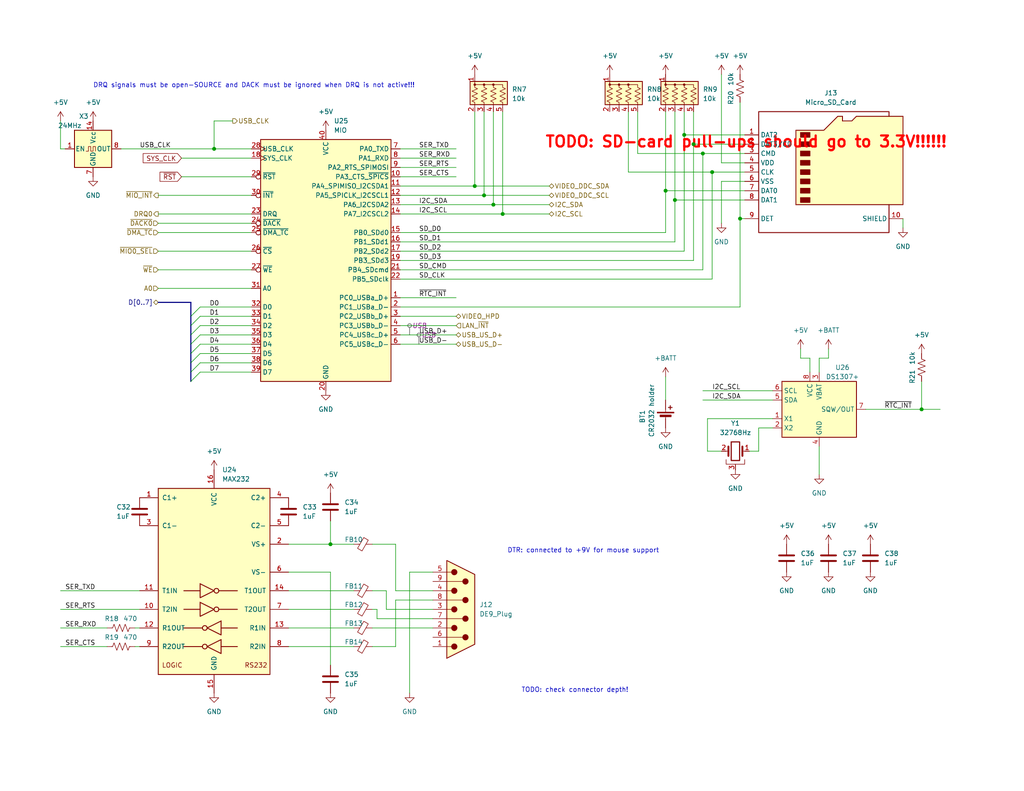
<source format=kicad_sch>
(kicad_sch (version 20230121) (generator eeschema)
  (paper "A")
  (title_block (title "Anachron Main I/O Interfaces"))
  (lib_symbols
    (symbol "Connector:DE9_Plug" (pin_names (offset 1.016) hide)
      (property "Reference" "J" (at 0 13.97 0))
      (property "Value" "DE9_Plug" (at 0 -14.605 0))
      (symbol "DE9_Plug_0_1"
        (circle (center -1.778 -10.16) (radius 0.762) (fill (type outline)))
        (circle (center -1.778 -5.08) (radius 0.762) (fill (type outline)))
        (circle (center -1.778 0) (radius 0.762) (fill (type outline)))
        (circle (center -1.778 5.08) (radius 0.762) (fill (type outline)))
        (circle (center -1.778 10.16) (radius 0.762) (fill (type outline)))
        (polyline (pts (xy -3.81 -10.16) (xy -2.54 -10.16)))
        (polyline (pts (xy -3.81 -7.62) (xy 0.508 -7.62)))
        (polyline (pts (xy -3.81 -5.08) (xy -2.54 -5.08)))
        (polyline (pts (xy -3.81 -2.54) (xy 0.508 -2.54)))
        (polyline (pts (xy -3.81 0) (xy -2.54 0)))
        (polyline (pts (xy -3.81 2.54) (xy 0.508 2.54)))
        (polyline (pts (xy -3.81 5.08) (xy -2.54 5.08)))
        (polyline (pts (xy -3.81 7.62) (xy 0.508 7.62)))
        (polyline (pts (xy -3.81 10.16) (xy -2.54 10.16)))
        (polyline (pts (xy -3.81 -13.335) (xy -3.81 13.335) (xy 3.81 9.525) (xy 3.81 -9.525) (xy -3.81 -13.335)) (stroke (width 0.254)) (fill (type background)))
        (circle (center 1.27 -7.62) (radius 0.762) (fill (type outline)))
        (circle (center 1.27 -2.54) (radius 0.762) (fill (type outline)))
        (circle (center 1.27 2.54) (radius 0.762) (fill (type outline)))
        (circle (center 1.27 7.62) (radius 0.762) (fill (type outline)))
      )
      (symbol "DE9_Plug_1_1"
        (pin passive line (at -7.62 -10.16 0) (length 3.81) (name "1") (number "1"))
        (pin passive line (at -7.62 -5.08 0) (length 3.81) (name "2") (number "2"))
        (pin passive line (at -7.62 0 0) (length 3.81) (name "3") (number "3"))
        (pin passive line (at -7.62 5.08 0) (length 3.81) (name "4") (number "4"))
        (pin passive line (at -7.62 10.16 0) (length 3.81) (name "5") (number "5"))
        (pin passive line (at -7.62 -7.62 0) (length 3.81) (name "6") (number "6"))
        (pin passive line (at -7.62 -2.54 0) (length 3.81) (name "7") (number "7"))
        (pin passive line (at -7.62 2.54 0) (length 3.81) (name "8") (number "8"))
        (pin passive line (at -7.62 7.62 0) (length 3.81) (name "9") (number "9"))
      )
    )
    (symbol "Connector:Micro_SD_Card_Det1"
      (property "Reference" "J" (at -16.51 17.78 0))
      (property "Value" "Micro_SD_Card_Det1" (at 16.51 17.78 0))
      (symbol "Micro_SD_Card_Det1_0_1"
        (rectangle (start -7.62 -6.985) (end -5.08 -8.255) (stroke (width 0.254)) (fill (type outline)))
        (rectangle (start -7.62 -4.445) (end -5.08 -5.715) (stroke (width 0.254)) (fill (type outline)))
        (rectangle (start -7.62 -1.905) (end -5.08 -3.175) (stroke (width 0.254)) (fill (type outline)))
        (rectangle (start -7.62 0.635) (end -5.08 -0.635) (stroke (width 0.254)) (fill (type outline)))
        (rectangle (start -7.62 3.175) (end -5.08 1.905) (stroke (width 0.254)) (fill (type outline)))
        (rectangle (start -7.62 5.715) (end -5.08 4.445) (stroke (width 0.254)) (fill (type outline)))
        (rectangle (start -7.62 8.255) (end -5.08 6.985) (stroke (width 0.254)) (fill (type outline)))
        (rectangle (start -7.62 10.795) (end -5.08 9.525) (stroke (width 0.254)) (fill (type outline)))
        (polyline (pts (xy 16.51 15.24) (xy 16.51 16.51) (xy -19.05 16.51) (xy -19.05 -16.51) (xy 16.51 -16.51) (xy 16.51 -8.89)) (stroke (width 0.254)))
        (polyline (pts (xy -8.89 -8.89) (xy -8.89 11.43) (xy -1.27 11.43) (xy 2.54 15.24) (xy 3.81 15.24) (xy 3.81 13.97) (xy 6.35 13.97) (xy 7.62 15.24) (xy 20.32 15.24) (xy 20.32 -8.89) (xy -8.89 -8.89)) (stroke (width 0.254)) (fill (type background)))
      )
      (symbol "Micro_SD_Card_Det1_1_1"
        (pin bidirectional line (at -22.86 10.16 0) (length 3.81) (name "DAT2") (number "1"))
        (pin passive line (at 20.32 -12.7 180) (length 3.81) (name "SHIELD") (number "10"))
        (pin bidirectional line (at -22.86 7.62 0) (length 3.81) (name "DAT3/CD") (number "2"))
        (pin input line (at -22.86 5.08 0) (length 3.81) (name "CMD") (number "3"))
        (pin power_in line (at -22.86 2.54 0) (length 3.81) (name "VDD") (number "4"))
        (pin input line (at -22.86 0 0) (length 3.81) (name "CLK") (number "5"))
        (pin power_in line (at -22.86 -2.54 0) (length 3.81) (name "VSS") (number "6"))
        (pin bidirectional line (at -22.86 -5.08 0) (length 3.81) (name "DAT0") (number "7"))
        (pin bidirectional line (at -22.86 -7.62 0) (length 3.81) (name "DAT1") (number "8"))
        (pin passive line (at -22.86 -12.7 0) (length 3.81) (name "DET") (number "9"))
      )
    )
    (symbol "Device:Battery_Cell" (pin_numbers hide) (pin_names (offset 0) hide)
      (property "Reference" "BT" (at 2.54 2.54 0))
      (property "Value" "Battery_Cell" (at 2.54 0 0))
      (symbol "Battery_Cell_0_1"
        (rectangle (start -2.286 1.778) (end 2.286 1.524) (fill (type outline)))
        (rectangle (start -1.524 1.016) (end 1.524 0.508) (fill (type outline)))
        (polyline (pts (xy 0 0.762) (xy 0 0)))
        (polyline (pts (xy 0 1.778) (xy 0 2.54)))
        (polyline (pts (xy 0.762 3.048) (xy 1.778 3.048)) (stroke (width 0.254)))
        (polyline (pts (xy 1.27 3.556) (xy 1.27 2.54)) (stroke (width 0.254)))
      )
      (symbol "Battery_Cell_1_1"
        (pin passive line (at 0 5.08 270) (length 2.54) (name "+") (number "1"))
        (pin passive line (at 0 -2.54 90) (length 2.54) (name "-") (number "2"))
      )
    )
    (symbol "Device:C" (pin_numbers hide) (pin_names (offset 0.254))
      (property "Reference" "C" (at 0.635 2.54 0))
      (property "Value" "C" (at 0.635 -2.54 0))
      (symbol "C_0_1"
        (polyline (pts (xy -2.032 -0.762) (xy 2.032 -0.762)) (stroke (width 0.508)))
        (polyline (pts (xy -2.032 0.762) (xy 2.032 0.762)) (stroke (width 0.508)))
      )
      (symbol "C_1_1"
        (pin passive line (at 0 3.81 270) (length 2.794) (name "~") (number "1"))
        (pin passive line (at 0 -3.81 90) (length 2.794) (name "~") (number "2"))
      )
    )
    (symbol "Device:Crystal_GND3" (pin_names (offset 1.016) hide)
      (property "Reference" "Y" (at 0 5.715 0))
      (property "Value" "Crystal_GND3" (at 0 3.81 0))
      (symbol "Crystal_GND3_0_1"
        (rectangle (start -1.143 2.54) (end 1.143 -2.54) (stroke (width 0.3048)))
        (polyline (pts (xy -2.54 0) (xy -1.905 0)))
        (polyline (pts (xy -1.905 -1.27) (xy -1.905 1.27)) (stroke (width 0.508)))
        (polyline (pts (xy 0 -3.81) (xy 0 -3.556)))
        (polyline (pts (xy 1.905 0) (xy 2.54 0)))
        (polyline (pts (xy 1.905 1.27) (xy 1.905 -1.27)) (stroke (width 0.508)))
        (polyline (pts (xy -2.54 -2.286) (xy -2.54 -3.556) (xy 2.54 -3.556) (xy 2.54 -2.286)))
      )
      (symbol "Crystal_GND3_1_1"
        (pin passive line (at -3.81 0 0) (length 1.27) (name "1") (number "1"))
        (pin passive line (at 3.81 0 180) (length 1.27) (name "2") (number "2"))
        (pin passive line (at 0 -5.08 90) (length 1.27) (name "3") (number "3"))
      )
    )
    (symbol "Device:FerriteBead_Small" (pin_numbers hide) (pin_names (offset 0))
      (property "Reference" "FB" (at 1.905 1.27 0))
      (property "Value" "FerriteBead_Small" (at 1.905 -1.27 0))
      (symbol "FerriteBead_Small_0_1"
        (polyline (pts (xy 0 -1.27) (xy 0 -0.7874)))
        (polyline (pts (xy 0 0.889) (xy 0 1.2954)))
        (polyline (pts (xy -1.8288 0.2794) (xy -1.1176 1.4986) (xy 1.8288 -0.2032) (xy 1.1176 -1.4224) (xy -1.8288 0.2794)))
      )
      (symbol "FerriteBead_Small_1_1"
        (pin passive line (at 0 2.54 270) (length 1.27) (name "~") (number "1"))
        (pin passive line (at 0 -2.54 90) (length 1.27) (name "~") (number "2"))
      )
    )
    (symbol "Device:R_Network04_US" (pin_names (offset 0) hide)
      (property "Reference" "RN" (at -7.62 0 90))
      (property "Value" "R_Network04_US" (at 5.08 0 90))
      (symbol "R_Network04_US_0_1"
        (rectangle (start -6.35 -3.175) (end 3.81 3.175) (stroke (width 0.254)) (fill (type background)))
        (circle (center -5.08 2.286) (radius 0.254) (fill (type outline)))
        (circle (center -2.54 2.286) (radius 0.254) (fill (type outline)))
        (polyline (pts (xy -5.08 2.286) (xy 2.54 2.286)))
        (polyline (pts (xy -5.08 2.286) (xy -5.08 1.524) (xy -4.318 1.1684) (xy -5.842 0.508) (xy -4.318 -0.1524) (xy -5.842 -0.8382) (xy -4.318 -1.524) (xy -5.842 -2.1844) (xy -5.08 -2.54) (xy -5.08 -3.81)))
        (polyline (pts (xy -2.54 2.286) (xy -2.54 1.524) (xy -1.778 1.1684) (xy -3.302 0.508) (xy -1.778 -0.1524) (xy -3.302 -0.8382) (xy -1.778 -1.524) (xy -3.302 -2.1844) (xy -2.54 -2.54) (xy -2.54 -3.81)))
        (polyline (pts (xy 0 2.286) (xy 0 1.524) (xy 0.762 1.1684) (xy -0.762 0.508) (xy 0.762 -0.1524) (xy -0.762 -0.8382) (xy 0.762 -1.524) (xy -0.762 -2.1844) (xy 0 -2.54) (xy 0 -3.81)))
        (polyline (pts (xy 2.54 2.286) (xy 2.54 1.524) (xy 3.302 1.1684) (xy 1.778 0.508) (xy 3.302 -0.1524) (xy 1.778 -0.8382) (xy 3.302 -1.524) (xy 1.778 -2.1844) (xy 2.54 -2.54) (xy 2.54 -3.81)))
        (circle (center 0 2.286) (radius 0.254) (fill (type outline)))
      )
      (symbol "R_Network04_US_1_1"
        (pin passive line (at -5.08 5.08 270) (length 2.54) (name "common") (number "1"))
        (pin passive line (at -5.08 -5.08 90) (length 1.27) (name "R1") (number "2"))
        (pin passive line (at -2.54 -5.08 90) (length 1.27) (name "R2") (number "3"))
        (pin passive line (at 0 -5.08 90) (length 1.27) (name "R3") (number "4"))
        (pin passive line (at 2.54 -5.08 90) (length 1.27) (name "R4") (number "5"))
      )
    )
    (symbol "Device:R_US" (pin_numbers hide) (pin_names (offset 0))
      (property "Reference" "R" (at 2.54 0 90))
      (property "Value" "R_US" (at -2.54 0 90))
      (symbol "R_US_0_1"
        (polyline (pts (xy 0 -2.286) (xy 0 -2.54)))
        (polyline (pts (xy 0 2.286) (xy 0 2.54)))
        (polyline (pts (xy 0 -0.762) (xy 1.016 -1.143) (xy 0 -1.524) (xy -1.016 -1.905) (xy 0 -2.286)))
        (polyline (pts (xy 0 0.762) (xy 1.016 0.381) (xy 0 0) (xy -1.016 -0.381) (xy 0 -0.762)))
        (polyline (pts (xy 0 2.286) (xy 1.016 1.905) (xy 0 1.524) (xy -1.016 1.143) (xy 0 0.762)))
      )
      (symbol "R_US_1_1"
        (pin passive line (at 0 3.81 270) (length 1.27) (name "~") (number "1"))
        (pin passive line (at 0 -3.81 90) (length 1.27) (name "~") (number "2"))
      )
    )
    (symbol "Interface_UART:MAX232" (pin_names (offset 1.016))
      (property "Reference" "U" (at -2.54 28.575 0))
      (property "Value" "MAX232" (at -2.54 26.67 0))
      (symbol "MAX232_0_0"
        (text "LOGIC" (at -11.43 -22.86 0) (effects (font (size 1.27 1.27))))
        (text "RS232" (at 11.43 -22.86 0) (effects (font (size 1.27 1.27))))
      )
      (symbol "MAX232_0_1"
        (rectangle (start -15.24 -25.4) (end 15.24 25.4) (stroke (width 0.254)) (fill (type background)))
        (circle (center -2.54 -17.78) (radius 0.635) (stroke (width 0.254)))
        (circle (center -2.54 -12.7) (radius 0.635) (stroke (width 0.254)))
        (polyline (pts (xy -3.81 -7.62) (xy -8.255 -7.62)) (stroke (width 0.254)))
        (polyline (pts (xy -3.81 -2.54) (xy -8.255 -2.54)) (stroke (width 0.254)))
        (polyline (pts (xy -3.175 -17.78) (xy -8.255 -17.78)) (stroke (width 0.254)))
        (polyline (pts (xy -3.175 -12.7) (xy -8.255 -12.7)) (stroke (width 0.254)))
        (polyline (pts (xy 1.27 -7.62) (xy 6.35 -7.62)) (stroke (width 0.254)))
        (polyline (pts (xy 1.27 -2.54) (xy 6.35 -2.54)) (stroke (width 0.254)))
        (polyline (pts (xy 1.905 -17.78) (xy 6.35 -17.78)) (stroke (width 0.254)))
        (polyline (pts (xy 1.905 -12.7) (xy 6.35 -12.7)) (stroke (width 0.254)))
        (polyline (pts (xy -3.81 -5.715) (xy -3.81 -9.525) (xy 0 -7.62) (xy -3.81 -5.715)) (stroke (width 0.254)))
        (polyline (pts (xy -3.81 -0.635) (xy -3.81 -4.445) (xy 0 -2.54) (xy -3.81 -0.635)) (stroke (width 0.254)))
        (polyline (pts (xy 1.905 -15.875) (xy 1.905 -19.685) (xy -1.905 -17.78) (xy 1.905 -15.875)) (stroke (width 0.254)))
        (polyline (pts (xy 1.905 -10.795) (xy 1.905 -14.605) (xy -1.905 -12.7) (xy 1.905 -10.795)) (stroke (width 0.254)))
        (circle (center 0.635 -7.62) (radius 0.635) (stroke (width 0.254)))
        (circle (center 0.635 -2.54) (radius 0.635) (stroke (width 0.254)))
      )
      (symbol "MAX232_1_1"
        (pin passive line (at -20.32 22.86 0) (length 5.08) (name "C1+") (number "1"))
        (pin input line (at -20.32 -7.62 0) (length 5.08) (name "T2IN") (number "10"))
        (pin input line (at -20.32 -2.54 0) (length 5.08) (name "T1IN") (number "11"))
        (pin output line (at -20.32 -12.7 0) (length 5.08) (name "R1OUT") (number "12"))
        (pin input line (at 20.32 -12.7 180) (length 5.08) (name "R1IN") (number "13"))
        (pin output line (at 20.32 -2.54 180) (length 5.08) (name "T1OUT") (number "14"))
        (pin power_in line (at 0 -30.48 90) (length 5.08) (name "GND") (number "15"))
        (pin power_in line (at 0 30.48 270) (length 5.08) (name "VCC") (number "16"))
        (pin power_out line (at 20.32 10.16 180) (length 5.08) (name "VS+") (number "2"))
        (pin passive line (at -20.32 15.24 0) (length 5.08) (name "C1-") (number "3"))
        (pin passive line (at 20.32 22.86 180) (length 5.08) (name "C2+") (number "4"))
        (pin passive line (at 20.32 15.24 180) (length 5.08) (name "C2-") (number "5"))
        (pin power_out line (at 20.32 2.54 180) (length 5.08) (name "VS-") (number "6"))
        (pin output line (at 20.32 -7.62 180) (length 5.08) (name "T2OUT") (number "7"))
        (pin input line (at 20.32 -17.78 180) (length 5.08) (name "R2IN") (number "8"))
        (pin output line (at -20.32 -17.78 0) (length 5.08) (name "R2OUT") (number "9"))
      )
    )
    (symbol "Oscillator:CXO_DIP14" (pin_names (offset 0.254))
      (property "Reference" "X" (at -5.08 6.35 0))
      (property "Value" "CXO_DIP14" (at 1.27 -6.35 0))
      (symbol "CXO_DIP14_0_1"
        (rectangle (start -5.08 5.08) (end 5.08 -5.08) (stroke (width 0.254)) (fill (type background)))
        (polyline (pts (xy -1.905 -0.635) (xy -1.27 -0.635) (xy -1.27 0.635) (xy -0.635 0.635) (xy -0.635 -0.635) (xy 0 -0.635) (xy 0 0.635) (xy 0.635 0.635) (xy 0.635 -0.635)))
      )
      (symbol "CXO_DIP14_1_1"
        (pin input line (at -7.62 0 0) (length 2.54) (name "EN") (number "1"))
        (pin power_in line (at 0 7.62 270) (length 2.54) (name "Vcc") (number "14"))
        (pin power_in line (at 0 -7.62 90) (length 2.54) (name "GND") (number "7"))
        (pin output line (at 7.62 0 180) (length 2.54) (name "OUT") (number "8"))
      )
    )
    (symbol "Timer_RTC:DS1307+"
      (property "Reference" "U" (at -8.89 8.89 0))
      (property "Value" "DS1307+" (at 1.27 8.89 0))
      (symbol "DS1307+_0_1"
        (rectangle (start -10.16 7.62) (end 10.16 -7.62) (stroke (width 0.254)) (fill (type background)))
      )
      (symbol "DS1307+_1_1"
        (pin input line (at -12.7 -2.54 0) (length 2.54) (name "X1") (number "1"))
        (pin input line (at -12.7 -5.08 0) (length 2.54) (name "X2") (number "2"))
        (pin power_in line (at 0 10.16 270) (length 2.54) (name "VBAT") (number "3"))
        (pin power_in line (at 0 -10.16 90) (length 2.54) (name "GND") (number "4"))
        (pin bidirectional line (at -12.7 2.54 0) (length 2.54) (name "SDA") (number "5"))
        (pin input line (at -12.7 5.08 0) (length 2.54) (name "SCL") (number "6"))
        (pin open_collector line (at 12.7 0 180) (length 2.54) (name "SQW/OUT") (number "7"))
        (pin power_in line (at -2.54 10.16 270) (length 2.54) (name "VCC") (number "8"))
      )
    )
    (symbol "anachron:mio"
      (property "Reference" "U" (at 20.32 27.94 0))
      (property "Value" "MIO" (at -17.78 35.56 0))
      (symbol "mio_0_0"
        (pin bidirectional line (at 20.32 -7.62 180) (length 2.54) (name "PC0_USBa_D+") (number "1"))
        (pin bidirectional line (at 20.32 10.16 180) (length 2.54) (name "PB0_SDd0") (number "15"))
        (pin bidirectional line (at 20.32 7.62 180) (length 2.54) (name "PB1_SDd1") (number "16"))
        (pin bidirectional line (at 20.32 5.08 180) (length 2.54) (name "PB2_SDd2") (number "17"))
        (pin bidirectional line (at 20.32 -10.16 180) (length 2.54) (name "PC1_USBa_D-") (number "2"))
        (pin power_in line (at 0 -33.02 90) (length 2.54) (name "GND") (number "20"))
        (pin input inverted (at -20.32 25.4 0) (length 2.54) (name "~{RST}") (number "29"))
        (pin bidirectional line (at 20.32 -12.7 180) (length 2.54) (name "PC2_USBb_D+") (number "3"))
        (pin input line (at -20.32 -5.08 0) (length 2.54) (name "A0") (number "31"))
        (pin bidirectional line (at -20.32 -10.16 0) (length 2.54) (name "D0") (number "32"))
        (pin bidirectional line (at -20.32 -12.7 0) (length 2.54) (name "D1") (number "33"))
        (pin bidirectional line (at -20.32 -15.24 0) (length 2.54) (name "D2") (number "34"))
        (pin bidirectional line (at -20.32 -17.78 0) (length 2.54) (name "D3") (number "35"))
        (pin bidirectional line (at -20.32 -20.32 0) (length 2.54) (name "D4") (number "36"))
        (pin bidirectional line (at -20.32 -22.86 0) (length 2.54) (name "D5") (number "37"))
        (pin bidirectional line (at -20.32 -25.4 0) (length 2.54) (name "D6") (number "38"))
        (pin bidirectional line (at -20.32 -27.94 0) (length 2.54) (name "D7") (number "39"))
        (pin bidirectional line (at 20.32 -15.24 180) (length 2.54) (name "PC3_USBb_D-") (number "4"))
        (pin power_in line (at 0 38.1 270) (length 2.54) (name "VCC") (number "40"))
        (pin bidirectional line (at 20.32 -17.78 180) (length 2.54) (name "PC4_USBc_D+") (number "5"))
        (pin bidirectional line (at 20.32 -20.32 180) (length 2.54) (name "PC5_USBc_D-") (number "6"))
      )
      (symbol "mio_0_1"
        (rectangle (start -17.78 35.56) (end 17.78 -30.48) (stroke (width 0.254)) (fill (type background)))
      )
      (symbol "mio_1_0"
        (pin bidirectional line (at 20.32 25.4 180) (length 2.54) (name "PA3_CTS_~{SPICS}") (number "10"))
        (pin bidirectional line (at 20.32 22.86 180) (length 2.54) (name "PA4_SPIMISO_I2CSDA1") (number "11"))
        (pin bidirectional line (at 20.32 20.32 180) (length 2.54) (name "PA5_SPICLK_I2CSCL1") (number "12"))
        (pin bidirectional line (at 20.32 17.78 180) (length 2.54) (name "PA6_I2CSDA2") (number "13"))
        (pin bidirectional line (at 20.32 15.24 180) (length 2.54) (name "PA7_I2CSCL2") (number "14"))
        (pin input clock (at -20.32 30.48 0) (length 2.54) (name "SYS_CLK") (number "18"))
        (pin bidirectional line (at 20.32 2.54 180) (length 2.54) (name "PB3_SDd3") (number "19"))
        (pin bidirectional line (at 20.32 0 180) (length 2.54) (name "PB4_SDcmd") (number "21"))
        (pin bidirectional line (at 20.32 -2.54 180) (length 2.54) (name "PB5_SDclk") (number "22"))
        (pin output line (at -20.32 15.24 0) (length 2.54) (name "DRQ") (number "23"))
        (pin input inverted (at -20.32 12.7 0) (length 2.54) (name "~{DACK}") (number "24"))
        (pin input inverted (at -20.32 10.16 0) (length 2.54) (name "~{DMA_TC}") (number "25"))
        (pin input inverted (at -20.32 5.08 0) (length 2.54) (name "~{CS}") (number "26"))
        (pin input inverted (at -20.32 0 0) (length 2.54) (name "~{WE}") (number "27"))
        (pin input clock (at -20.32 33.02 0) (length 2.54) (name "USB_CLK") (number "28"))
        (pin open_collector inverted (at -20.32 20.32 0) (length 2.54) (name "~{INT}") (number "30"))
        (pin bidirectional line (at 20.32 33.02 180) (length 2.54) (name "PA0_TXD") (number "7"))
        (pin bidirectional line (at 20.32 30.48 180) (length 2.54) (name "PA1_RXD") (number "8"))
        (pin bidirectional line (at 20.32 27.94 180) (length 2.54) (name "PA2_RTS_SPIMOSI") (number "9"))
      )
    )
    (symbol "power:+5V" (power) (pin_names (offset 0))
      (property "Value" "+5V" (at 0 3.556 0))
      (symbol "+5V_0_1"
        (polyline (pts (xy -0.762 1.27) (xy 0 2.54)))
        (polyline (pts (xy 0 0) (xy 0 2.54)))
        (polyline (pts (xy 0 2.54) (xy 0.762 1.27)))
      )
      (symbol "+5V_1_1"
        (pin power_in line (at 0 0 90) (length 0) hide (name "+5V") (number "1"))
      )
    )
    (symbol "power:+BATT" (power) (pin_names (offset 0))
      (property "Value" "+BATT" (at 0 3.556 0))
      (symbol "+BATT_0_1"
        (polyline (pts (xy -0.762 1.27) (xy 0 2.54)))
        (polyline (pts (xy 0 0) (xy 0 2.54)))
        (polyline (pts (xy 0 2.54) (xy 0.762 1.27)))
      )
      (symbol "+BATT_1_1"
        (pin power_in line (at 0 0 90) (length 0) hide (name "+BATT") (number "1"))
      )
    )
    (symbol "power:GND" (power) (pin_names (offset 0))
      (property "Value" "GND" (at 0 -3.81 0))
      (symbol "GND_0_1"
        (polyline (pts (xy 0 0) (xy 0 -1.27) (xy 1.27 -1.27) (xy 0 -2.54) (xy -1.27 -1.27) (xy 0 -1.27)))
      )
      (symbol "GND_1_1"
        (pin power_in line (at 0 0 270) (length 0) hide (name "GND") (number "1"))
      )
    )
  )
  (junction (at 132.08 53.34))
  (junction (at 251.46 111.76))
  (junction (at 90.17 148.59))
  (junction (at 134.62 55.88))
  (junction (at 58.42 40.64))
  (junction (at 181.61 52.07))
  (junction (at 194.31 46.99))
  (junction (at 201.93 59.69))
  (junction (at 137.16 58.42))
  (junction (at 186.69 36.83))
  (junction (at 189.23 39.37))
  (junction (at 129.54 50.8))
  (junction (at 184.15 54.61))
  (junction (at 191.77 41.91))
  (bus_entry (at 52.07 104.14) (size 2.54 -2.54))
  (bus_entry (at 52.07 88.9) (size 2.54 -2.54))
  (bus_entry (at 52.07 99.06) (size 2.54 -2.54))
  (bus_entry (at 52.07 93.98) (size 2.54 -2.54))
  (bus_entry (at 52.07 101.6) (size 2.54 -2.54))
  (bus_entry (at 52.07 91.44) (size 2.54 -2.54))
  (bus_entry (at 52.07 96.52) (size 2.54 -2.54))
  (bus_entry (at 52.07 86.36) (size 2.54 -2.54))
  (wire (pts (xy 58.42 33.02) (xy 58.42 40.64)))
  (wire (pts (xy 193.04 123.19) (xy 196.85 123.19)))
  (wire (pts (xy 90.17 181.61) (xy 90.17 156.21)))
  (wire (pts (xy 109.22 71.12) (xy 189.23 71.12)))
  (wire (pts (xy 204.47 123.19) (xy 207.01 123.19)))
  (wire (pts (xy 118.11 168.91) (xy 102.87 168.91)))
  (bus (pts (xy 52.07 96.52) (xy 52.07 99.06)))
  (wire (pts (xy 63.5 33.02) (xy 58.42 33.02)))
  (bus (pts (xy 52.07 93.98) (xy 52.07 96.52)))
  (wire (pts (xy 184.15 30.48) (xy 184.15 54.61)))
  (wire (pts (xy 78.74 156.21) (xy 90.17 156.21)))
  (wire (pts (xy 196.85 20.32) (xy 196.85 44.45)))
  (wire (pts (xy 111.76 156.21) (xy 111.76 189.23)))
  (wire (pts (xy 181.61 63.5) (xy 181.61 52.07)))
  (wire (pts (xy 109.22 55.88) (xy 134.62 55.88)))
  (wire (pts (xy 129.54 50.8) (xy 149.86 50.8)))
  (wire (pts (xy 203.2 49.53) (xy 196.85 49.53)))
  (wire (pts (xy 43.18 73.66) (xy 68.58 73.66)))
  (wire (pts (xy 54.61 101.6) (xy 68.58 101.6)))
  (wire (pts (xy 54.61 93.98) (xy 68.58 93.98)))
  (wire (pts (xy 109.22 83.82) (xy 201.93 83.82)))
  (wire (pts (xy 105.41 166.37) (xy 105.41 161.29)))
  (wire (pts (xy 194.31 46.99) (xy 171.45 46.99)))
  (wire (pts (xy 96.52 161.29) (xy 78.74 161.29)))
  (wire (pts (xy 78.74 148.59) (xy 90.17 148.59)))
  (wire (pts (xy 43.18 53.34) (xy 68.58 53.34)))
  (wire (pts (xy 43.18 58.42) (xy 68.58 58.42)))
  (wire (pts (xy 173.99 30.48) (xy 173.99 41.91)))
  (wire (pts (xy 54.61 86.36) (xy 68.58 86.36)))
  (wire (pts (xy 181.61 30.48) (xy 181.61 52.07)))
  (wire (pts (xy 201.93 83.82) (xy 201.93 59.69)))
  (wire (pts (xy 132.08 30.48) (xy 132.08 53.34)))
  (wire (pts (xy 109.22 66.04) (xy 184.15 66.04)))
  (wire (pts (xy 96.52 148.59) (xy 90.17 148.59)))
  (wire (pts (xy 16.51 166.37) (xy 38.1 166.37)))
  (wire (pts (xy 43.18 78.74) (xy 68.58 78.74)))
  (wire (pts (xy 107.95 161.29) (xy 118.11 161.29)))
  (wire (pts (xy 191.77 109.22) (xy 210.82 109.22)))
  (wire (pts (xy 137.16 58.42) (xy 149.86 58.42)))
  (wire (pts (xy 109.22 93.98) (xy 124.46 93.98)))
  (bus (pts (xy 52.07 91.44) (xy 52.07 93.98)))
  (wire (pts (xy 17.78 40.64) (xy 16.51 40.64)))
  (wire (pts (xy 189.23 39.37) (xy 203.2 39.37)))
  (wire (pts (xy 78.74 171.45) (xy 96.52 171.45)))
  (wire (pts (xy 16.51 33.02) (xy 16.51 40.64)))
  (wire (pts (xy 223.52 97.79) (xy 223.52 101.6)))
  (wire (pts (xy 201.93 27.94) (xy 201.93 59.69)))
  (wire (pts (xy 226.06 97.79) (xy 223.52 97.79)))
  (wire (pts (xy 181.61 102.87) (xy 181.61 109.22)))
  (wire (pts (xy 118.11 166.37) (xy 105.41 166.37)))
  (wire (pts (xy 16.51 161.29) (xy 38.1 161.29)))
  (wire (pts (xy 105.41 161.29) (xy 101.6 161.29)))
  (wire (pts (xy 134.62 55.88) (xy 149.86 55.88)))
  (wire (pts (xy 191.77 41.91) (xy 173.99 41.91)))
  (wire (pts (xy 129.54 30.48) (xy 129.54 50.8)))
  (wire (pts (xy 101.6 171.45) (xy 118.11 171.45)))
  (wire (pts (xy 109.22 50.8) (xy 129.54 50.8)))
  (wire (pts (xy 118.11 163.83) (xy 107.95 163.83)))
  (wire (pts (xy 109.22 53.34) (xy 132.08 53.34)))
  (wire (pts (xy 49.53 48.26) (xy 68.58 48.26)))
  (wire (pts (xy 186.69 30.48) (xy 186.69 36.83)))
  (wire (pts (xy 218.44 97.79) (xy 220.98 97.79)))
  (wire (pts (xy 251.46 111.76) (xy 256.54 111.76)))
  (wire (pts (xy 220.98 97.79) (xy 220.98 101.6)))
  (wire (pts (xy 191.77 106.68) (xy 210.82 106.68)))
  (wire (pts (xy 186.69 36.83) (xy 203.2 36.83)))
  (wire (pts (xy 109.22 68.58) (xy 186.69 68.58)))
  (wire (pts (xy 102.87 168.91) (xy 102.87 166.37)))
  (wire (pts (xy 191.77 73.66) (xy 191.77 41.91)))
  (wire (pts (xy 226.06 95.25) (xy 226.06 97.79)))
  (wire (pts (xy 196.85 49.53) (xy 196.85 60.96)))
  (wire (pts (xy 109.22 73.66) (xy 191.77 73.66)))
  (wire (pts (xy 210.82 114.3) (xy 193.04 114.3)))
  (wire (pts (xy 109.22 86.36) (xy 124.46 86.36)))
  (wire (pts (xy 236.22 111.76) (xy 251.46 111.76)))
  (wire (pts (xy 107.95 148.59) (xy 101.6 148.59)))
  (wire (pts (xy 207.01 123.19) (xy 207.01 116.84)))
  (wire (pts (xy 54.61 96.52) (xy 68.58 96.52)))
  (wire (pts (xy 186.69 68.58) (xy 186.69 36.83)))
  (wire (pts (xy 43.18 63.5) (xy 68.58 63.5)))
  (wire (pts (xy 43.18 68.58) (xy 68.58 68.58)))
  (wire (pts (xy 43.18 60.96) (xy 68.58 60.96)))
  (wire (pts (xy 54.61 91.44) (xy 68.58 91.44)))
  (wire (pts (xy 194.31 76.2) (xy 194.31 46.99)))
  (bus (pts (xy 43.18 82.55) (xy 52.07 82.55)))
  (wire (pts (xy 201.93 59.69) (xy 203.2 59.69)))
  (wire (pts (xy 109.22 48.26) (xy 124.46 48.26)))
  (bus (pts (xy 52.07 101.6) (xy 52.07 104.14)))
  (wire (pts (xy 54.61 88.9) (xy 68.58 88.9)))
  (wire (pts (xy 203.2 44.45) (xy 196.85 44.45)))
  (bus (pts (xy 52.07 82.55) (xy 52.07 86.36)))
  (wire (pts (xy 118.11 156.21) (xy 111.76 156.21)))
  (wire (pts (xy 189.23 71.12) (xy 189.23 39.37)))
  (wire (pts (xy 107.95 161.29) (xy 107.95 148.59)))
  (wire (pts (xy 33.02 40.64) (xy 58.42 40.64)))
  (wire (pts (xy 124.46 88.9) (xy 109.22 88.9)))
  (bus (pts (xy 52.07 86.36) (xy 52.07 88.9)))
  (wire (pts (xy 251.46 104.14) (xy 251.46 111.76)))
  (wire (pts (xy 58.42 40.64) (xy 68.58 40.64)))
  (wire (pts (xy 54.61 83.82) (xy 68.58 83.82)))
  (wire (pts (xy 107.95 176.53) (xy 101.6 176.53)))
  (wire (pts (xy 36.83 176.53) (xy 38.1 176.53)))
  (bus (pts (xy 52.07 88.9) (xy 52.07 91.44)))
  (wire (pts (xy 184.15 54.61) (xy 203.2 54.61)))
  (wire (pts (xy 16.51 171.45) (xy 29.21 171.45)))
  (wire (pts (xy 191.77 41.91) (xy 203.2 41.91)))
  (wire (pts (xy 171.45 30.48) (xy 171.45 46.99)))
  (wire (pts (xy 49.53 43.18) (xy 68.58 43.18)))
  (wire (pts (xy 96.52 166.37) (xy 78.74 166.37)))
  (wire (pts (xy 109.22 40.64) (xy 124.46 40.64)))
  (wire (pts (xy 102.87 166.37) (xy 101.6 166.37)))
  (wire (pts (xy 189.23 30.48) (xy 189.23 39.37)))
  (wire (pts (xy 109.22 58.42) (xy 137.16 58.42)))
  (wire (pts (xy 109.22 45.72) (xy 124.46 45.72)))
  (wire (pts (xy 193.04 114.3) (xy 193.04 123.19)))
  (wire (pts (xy 109.22 76.2) (xy 194.31 76.2)))
  (wire (pts (xy 16.51 176.53) (xy 29.21 176.53)))
  (wire (pts (xy 218.44 97.79) (xy 218.44 95.25)))
  (wire (pts (xy 184.15 66.04) (xy 184.15 54.61)))
  (wire (pts (xy 109.22 63.5) (xy 181.61 63.5)))
  (wire (pts (xy 132.08 53.34) (xy 149.86 53.34)))
  (wire (pts (xy 109.22 91.44) (xy 124.46 91.44)))
  (wire (pts (xy 223.52 121.92) (xy 223.52 129.54)))
  (wire (pts (xy 181.61 52.07) (xy 203.2 52.07)))
  (wire (pts (xy 137.16 30.48) (xy 137.16 58.42)))
  (wire (pts (xy 109.22 81.28) (xy 124.46 81.28)))
  (wire (pts (xy 207.01 116.84) (xy 210.82 116.84)))
  (wire (pts (xy 109.22 43.18) (xy 124.46 43.18)))
  (wire (pts (xy 90.17 142.24) (xy 90.17 148.59)))
  (wire (pts (xy 36.83 171.45) (xy 38.1 171.45)))
  (wire (pts (xy 246.38 59.69) (xy 246.38 62.23)))
  (wire (pts (xy 54.61 99.06) (xy 68.58 99.06)))
  (wire (pts (xy 134.62 30.48) (xy 134.62 55.88)))
  (bus (pts (xy 52.07 99.06) (xy 52.07 101.6)))
  (wire (pts (xy 194.31 46.99) (xy 203.2 46.99)))
  (wire (pts (xy 96.52 176.53) (xy 78.74 176.53)))
  (wire (pts (xy 107.95 163.83) (xy 107.95 176.53)))
  (text "TODO: SD-card pull-ups should go to 3.3V!!!!!!" (at 148.59 40.64 0) (effects (font (size 3 3) (thickness 0.6) bold) (justify left bottom)))
  (text "DRQ signals must be open-SOURCE and DACK must be ignored when DRQ is not active!!!" (at 25.4 24.13 0) (effects (font (size 1.27 1.27)) (justify left bottom)))
  (text "TODO: check connector depth!\n" (at 142.24 189.23 0) (effects (font (size 1.27 1.27)) (justify left bottom)))
  (text "DTR: connected to +9V for mouse support" (at 138.43 151.13 0) (effects (font (size 1.27 1.27)) (justify left bottom)))
  (label "SER_RXD" (at 114.3 43.18 0))
  (label "SER_CTS" (at 114.3 48.26 0))
  (label "SER_TXD" (at 114.3 40.64 0))
  (label "SD_CMD" (at 114.3 73.66 0))
  (label "D2" (at 57.15 88.9 0))
  (label "D5" (at 57.15 96.52 0))
  (label "~{RTC_INT}" (at 114.3 81.28 0))
  (label "D0" (at 57.15 83.82 0))
  (label "I2C_SCL" (at 194.31 106.68 0))
  (label "I2C_SDA" (at 194.31 109.22 0))
  (label "SD_D2" (at 114.3 68.58 0))
  (label "SD_D3" (at 114.3 71.12 0))
  (label "D7" (at 57.15 101.6 0))
  (label "USB_CLK" (at 38.1 40.64 0))
  (label "SD_D1" (at 114.3 66.04 0))
  (label "SER_RXD" (at 17.78 171.45 0))
  (label "SD_CLK" (at 114.3 76.2 0))
  (label "~{RTC_INT}" (at 241.3 111.76 0))
  (label "SER_CTS" (at 17.78 176.53 0))
  (label "D6" (at 57.15 99.06 0))
  (label "I2C_SCL" (at 114.3 58.42 0))
  (label "I2C_SDA" (at 114.3 55.88 0))
  (label "D3" (at 57.15 91.44 0))
  (label "SD_D0" (at 114.3 63.5 0))
  (label "USB_D+" (at 114.3 91.44 0))
  (label "SER_RTS" (at 114.3 45.72 0))
  (label "D4" (at 57.15 93.98 0))
  (label "USB_D-" (at 114.3 93.98 0))
  (label "SER_RTS" (at 17.78 166.37 0))
  (label "SER_TXD" (at 17.78 161.29 0))
  (label "D1" (at 57.15 86.36 0))
  (global_label "~{RST}" (shape input) (at 49.53 48.26 180) (property "Intersheetrefs" "${INTERSHEET_REFS}" (effects hide)))
  (global_label "SYS_CLK" (shape input) (at 49.53 43.18 180) (property "Intersheetrefs" "${INTERSHEET_REFS}" (effects hide)))
  (hierarchical_label "~{MIO0_SEL}" (shape input) (at 43.18 68.58 180))
  (hierarchical_label "DRQ0" (shape output) (at 43.18 58.42 180))
  (hierarchical_label "USB_US_D+" (shape bidirectional) (at 124.46 91.44 0))
  (hierarchical_label "~{MIO_INT}" (shape output) (at 43.18 53.34 180))
  (hierarchical_label "~{DMA_TC}" (shape input) (at 43.18 63.5 180))
  (hierarchical_label "USB_US_D-" (shape bidirectional) (at 124.46 93.98 0))
  (hierarchical_label "D[0..7]" (shape bidirectional) (at 43.18 82.55 180))
  (hierarchical_label "~{DACK0}" (shape input) (at 43.18 60.96 180))
  (hierarchical_label "I2C_SCL" (shape bidirectional) (at 149.86 58.42 0))
  (hierarchical_label "LAN_~{INT}" (shape input) (at 124.46 88.9 0))
  (hierarchical_label "VIDEO_DDC_SDA" (shape bidirectional) (at 149.86 50.8 0))
  (hierarchical_label "USB_CLK" (shape output) (at 63.5 33.02 0))
  (hierarchical_label "I2C_SDA" (shape bidirectional) (at 149.86 55.88 0))
  (hierarchical_label "VIDEO_HPD" (shape bidirectional) (at 124.46 86.36 0))
  (hierarchical_label "~{WE}" (shape input) (at 43.18 73.66 180))
  (hierarchical_label "A0" (shape input) (at 43.18 78.74 180))
  (hierarchical_label "VIDEO_DDC_SCL" (shape bidirectional) (at 149.86 53.34 0))
  (netclass_flag "" (length 2.54) (shape round) (at 114.3 93.98 0) (property "Netclass" "USB" (at 114.9985 91.44 0) (effects (font italic) (justify left))))
  (netclass_flag "" (length 2.54) (shape round) (at 111.76 91.44 0) (property "Netclass" "USB" (at 112.4585 88.9 0) (effects (font italic) (justify left))))
  (symbol (lib_id "power:GND") (at 246.38 62.23 0) (unit 1)
    (property "Reference" "#PWR0181" (effects hide))
    (property "Value" "GND" (at 246.38 67.31 0))
  )
  (symbol (lib_id "Connector:DE9_Plug") (at 125.73 166.37 0) (unit 1)
    (property "Reference" "J12" (at 130.81 165.1 0) (effects (justify left)))
    (property "Value" "DE9_Plug" (at 130.81 167.64 0) (effects (justify left)))
    (property "Footprint" "Connector_Dsub:DSUB-9_Male_Horizontal_P2.77x2.84mm_EdgePinOffset7.70mm_Housed_MountingHolesOffset9.12mm" (effects hide))
    (property "Datasheet" " ~" (effects hide))
  )
  (symbol (lib_id "power:GND") (at 200.66 128.27 0) (unit 1)
    (property "Reference" "#PWR0135" (effects hide))
    (property "Value" "GND" (at 200.66 133.35 0))
  )
  (symbol (lib_id "power:+5V") (at 90.17 134.62 0) (unit 1)
    (property "Reference" "#PWR0159" (effects hide))
    (property "Value" "+5V" (at 90.17 129.54 0))
  )
  (symbol (lib_id "power:GND") (at 223.52 129.54 0) (unit 1)
    (property "Reference" "#PWR0175" (effects hide))
    (property "Value" "GND" (at 223.52 134.62 0))
  )
  (symbol (lib_id "Device:FerriteBead_Small") (at 99.06 161.29 90) (unit 1)
    (property "Reference" "FB11" (at 96.52 160.02 90))
    (property "Value" "FerriteBead_Small" (effects hide))
    (property "Footprint" "Inductor_THT:L_Axial_L7.0mm_D3.3mm_P2.54mm_Vertical_Fastron_MICC" (effects hide))
    (property "Datasheet" "https://www.we-online.com/components/products/datasheet/74276041.pdf" (effects hide))
    (property "mfp#" "74276041" (effects hide))
  )
  (symbol (lib_id "Timer_RTC:DS1307+") (at 223.52 111.76 0) (unit 1)
    (property "Reference" "U26" (at 229.87 100.33 0))
    (property "Value" "DS1307+" (at 229.87 102.87 0))
    (property "Footprint" "Package_DIP:DIP-8_W7.62mm" (effects hide))
    (property "Datasheet" "https://datasheets.maximintegrated.com/en/ds/DS1307.pdf" (effects hide))
  )
  (symbol (lib_id "power:+5V") (at 58.42 128.27 0) (unit 1)
    (property "Reference" "#PWR0155" (effects hide))
    (property "Value" "+5V" (at 58.42 123.19 0))
  )
  (symbol (lib_id "Device:R_Network04_US") (at 186.69 25.4 0) (unit 1)
    (property "Reference" "RN9" (at 191.77 24.384 0) (effects (justify left)))
    (property "Value" "10k" (at 191.77 26.924 0) (effects (justify left)))
    (property "Footprint" "Resistor_THT:R_Array_SIP5" (effects hide))
    (property "Datasheet" "http://www.vishay.com/docs/31509/csc.pdf" (effects hide))
  )
  (symbol (lib_id "Interface_UART:MAX232") (at 58.42 158.75 0) (unit 1)
    (property "Reference" "U24" (at 60.6141 128.27 0) (effects (justify left)))
    (property "Value" "MAX232" (at 60.6141 130.81 0) (effects (justify left)))
    (property "Footprint" "Package_DIP:DIP-16_W7.62mm_LongPads" (effects hide))
    (property "Datasheet" "http://www.ti.com/lit/ds/symlink/max232.pdf" (effects hide))
  )
  (symbol (lib_id "Device:FerriteBead_Small") (at 99.06 166.37 90) (unit 1)
    (property "Reference" "FB12" (at 96.52 165.1 90))
    (property "Value" "FerriteBead_Small" (effects hide))
    (property "Footprint" "Inductor_THT:L_Axial_L7.0mm_D3.3mm_P2.54mm_Vertical_Fastron_MICC" (effects hide))
    (property "Datasheet" "https://www.we-online.com/components/products/datasheet/74276041.pdf" (effects hide))
    (property "mfp#" "74276041" (effects hide))
  )
  (symbol (lib_id "power:GND") (at 214.63 156.21 0) (unit 1)
    (property "Reference" "#PWR0173" (effects hide))
    (property "Value" "GND" (at 214.63 161.29 0))
  )
  (symbol (lib_id "power:+5V") (at 251.46 96.52 0) (unit 1)
    (property "Reference" "#PWR0182" (effects hide))
    (property "Value" "+5V" (at 251.46 91.44 0))
  )
  (symbol (lib_id "Device:R_Network04_US") (at 134.62 25.4 0) (unit 1)
    (property "Reference" "RN7" (at 139.7 24.384 0) (effects (justify left)))
    (property "Value" "10k" (at 139.7 26.924 0) (effects (justify left)))
    (property "Footprint" "Resistor_THT:R_Array_SIP5" (effects hide))
    (property "Datasheet" "http://www.vishay.com/docs/31509/csc.pdf" (effects hide))
  )
  (symbol (lib_id "power:+5V") (at 88.9 35.56 0) (unit 1)
    (property "Reference" "#PWR0157" (effects hide))
    (property "Value" "+5V" (at 88.9 30.48 0))
  )
  (symbol (lib_id "power:+5V") (at 166.37 20.32 0) (unit 1)
    (property "Reference" "#PWR0165" (effects hide))
    (property "Value" "+5V" (at 166.37 15.24 0))
  )
  (symbol (lib_id "power:GND") (at 111.76 189.23 0) (unit 1)
    (property "Reference" "#PWR0161" (effects hide))
    (property "Value" "GND" (at 111.76 194.31 0))
  )
  (symbol (lib_id "power:+5V") (at 129.54 20.32 0) (unit 1)
    (property "Reference" "#PWR0162" (effects hide))
    (property "Value" "+5V" (at 129.54 15.24 0))
  )
  (symbol (lib_id "power:+5V") (at 16.51 33.02 0) (mirror y) (unit 1)
    (property "Reference" "#PWR0152" (effects hide))
    (property "Value" "+5V" (at 16.51 27.94 0))
  )
  (symbol (lib_id "anachron:mio") (at 88.9 73.66 0) (unit 1)
    (property "Reference" "U25" (at 91.0941 33.02 0) (effects (justify left)))
    (property "Value" "MIO" (at 91.0941 35.56 0) (effects (justify left)))
    (property "Footprint" "anachron:DIP-40_W15.24mm_Socket" (effects hide))
  )
  (symbol (lib_id "Oscillator:CXO_DIP14") (at 25.4 40.64 0) (unit 1)
    (property "Reference" "X3" (at 22.86 31.75 0))
    (property "Value" "24MHz" (at 19.05 34.29 0))
    (property "Footprint" "Oscillator:Oscillator_DIP-14" (effects hide))
    (property "Datasheet" "http://cdn-reichelt.de/documents/datenblatt/B400/OSZI.pdf" (effects hide))
  )
  (symbol (lib_id "Device:C") (at 90.17 138.43 0) (unit 1)
    (property "Reference" "C34" (at 93.98 137.16 0) (effects (justify left)))
    (property "Value" "1uF" (at 93.98 139.7 0) (effects (justify left)))
    (property "Footprint" "Capacitor_THT:C_Disc_D4.7mm_W2.5mm_P5.00mm" (effects hide))
    (property "mpf#" "FG28X5R1H105KRT06" (effects hide))
  )
  (symbol (lib_id "Device:Battery_Cell") (at 181.61 114.3 0) (unit 1)
    (property "Reference" "BT1" (at 175.26 115.57 90) (effects (justify left)))
    (property "Value" "CR2032 holder" (at 177.8 119.38 90) (effects (justify left)))
    (property "Footprint" "Battery:BatteryHolder_Keystone_103_1x20mm" (effects hide))
  )
  (symbol (lib_id "power:+5V") (at 226.06 148.59 0) (unit 1)
    (property "Reference" "#PWR0177" (effects hide))
    (property "Value" "+5V" (at 226.06 143.51 0))
  )
  (symbol (lib_id "Device:FerriteBead_Small") (at 99.06 176.53 90) (unit 1)
    (property "Reference" "FB14" (at 96.52 175.26 90))
    (property "Value" "FerriteBead_Small" (effects hide))
    (property "Footprint" "Inductor_THT:L_Axial_L7.0mm_D3.3mm_P2.54mm_Vertical_Fastron_MICC" (effects hide))
    (property "Datasheet" "https://www.we-online.com/components/products/datasheet/74276041.pdf" (effects hide))
    (property "mfp#" "74276041" (effects hide))
  )
  (symbol (lib_id "power:+5V") (at 181.61 20.32 0) (unit 1)
    (property "Reference" "#PWR0166" (effects hide))
    (property "Value" "+5V" (at 181.61 15.24 0))
  )
  (symbol (lib_id "power:+5V") (at 214.63 148.59 0) (unit 1)
    (property "Reference" "#PWR0172" (effects hide))
    (property "Value" "+5V" (at 214.63 143.51 0))
  )
  (symbol (lib_id "Device:R_US") (at 251.46 100.33 180) (unit 1)
    (property "Reference" "R21" (at 248.92 102.87 90))
    (property "Value" "10k" (at 248.92 97.79 90))
    (property "Footprint" "Resistor_THT:R_Axial_DIN0204_L3.6mm_D1.6mm_P5.08mm_Horizontal" (effects hide))
  )
  (symbol (lib_id "power:GND") (at 90.17 189.23 0) (unit 1)
    (property "Reference" "#PWR0160" (effects hide))
    (property "Value" "GND" (at 90.17 194.31 0))
  )
  (symbol (lib_id "power:GND") (at 58.42 189.23 0) (unit 1)
    (property "Reference" "#PWR0156" (effects hide))
    (property "Value" "GND" (at 58.42 194.31 0))
  )
  (symbol (lib_id "power:+5V") (at 201.93 20.32 0) (unit 1)
    (property "Reference" "#PWR0169" (effects hide))
    (property "Value" "+5V" (at 201.93 15.24 0))
  )
  (symbol (lib_id "power:+BATT") (at 226.06 95.25 0) (unit 1)
    (property "Reference" "#PWR0176" (effects hide))
    (property "Value" "+BATT" (at 226.06 90.17 0))
  )
  (symbol (lib_id "Connector:Micro_SD_Card_Det1") (at 226.06 46.99 0) (unit 1)
    (property "Reference" "J13" (at 226.695 25.4 0))
    (property "Value" "Micro_SD_Card" (at 226.695 27.94 0))
    (property "Footprint" "anachron:GCT_MEM2052-00-195-00-A_REVA" (effects hide))
    (property "Datasheet" "https://gct.co/files/drawings/mem2052.pdf" (effects hide))
  )
  (symbol (lib_id "power:GND") (at 237.49 156.21 0) (unit 1)
    (property "Reference" "#PWR0180" (effects hide))
    (property "Value" "GND" (at 237.49 161.29 0))
  )
  (symbol (lib_id "Device:C") (at 90.17 185.42 0) (unit 1)
    (property "Reference" "C35" (at 93.98 184.15 0) (effects (justify left)))
    (property "Value" "1uF" (at 93.98 186.69 0) (effects (justify left)))
    (property "Footprint" "Capacitor_THT:C_Disc_D4.7mm_W2.5mm_P5.00mm" (effects hide))
    (property "mpf#" "FG28X5R1H105KRT06" (effects hide))
  )
  (symbol (lib_id "power:GND") (at 88.9 106.68 0) (unit 1)
    (property "Reference" "#PWR0158" (effects hide))
    (property "Value" "GND" (at 88.9 111.76 0))
  )
  (symbol (lib_id "power:GND") (at 181.61 116.84 0) (unit 1)
    (property "Reference" "#PWR0164" (effects hide))
    (property "Value" "GND" (at 181.61 121.92 0))
  )
  (symbol (lib_id "Device:R_Network04_US") (at 171.45 25.4 0) (unit 1)
    (property "Reference" "RN8" (at 176.53 24.384 0) (effects (justify left)))
    (property "Value" "10k" (at 176.53 26.924 0) (effects (justify left)))
    (property "Footprint" "Resistor_THT:R_Array_SIP5" (effects hide))
    (property "Datasheet" "http://www.vishay.com/docs/31509/csc.pdf" (effects hide))
  )
  (symbol (lib_id "Device:R_US") (at 201.93 24.13 180) (unit 1)
    (property "Reference" "R20" (at 199.39 26.67 90))
    (property "Value" "10k" (at 199.39 21.59 90))
    (property "Footprint" "Resistor_THT:R_Axial_DIN0204_L3.6mm_D1.6mm_P5.08mm_Horizontal" (effects hide))
  )
  (symbol (lib_id "power:GND") (at 226.06 156.21 0) (unit 1)
    (property "Reference" "#PWR0178" (effects hide))
    (property "Value" "GND" (at 226.06 161.29 0))
  )
  (symbol (lib_id "Device:C") (at 226.06 152.4 0) (unit 1)
    (property "Reference" "C37" (at 229.87 151.13 0) (effects (justify left)))
    (property "Value" "1uF" (at 229.87 153.67 0) (effects (justify left)))
    (property "Footprint" "Capacitor_THT:C_Disc_D4.7mm_W2.5mm_P5.00mm" (effects hide))
    (property "mpf#" "FG28X5R1H105KRT06" (effects hide))
  )
  (symbol (lib_id "power:+5V") (at 196.85 20.32 0) (unit 1)
    (property "Reference" "#PWR0167" (effects hide))
    (property "Value" "+5V" (at 196.85 15.24 0))
  )
  (symbol (lib_id "Device:Crystal_GND3") (at 200.66 123.19 0) (mirror y) (unit 1)
    (property "Reference" "Y1" (at 200.66 115.57 0))
    (property "Value" "32768Hz" (at 200.66 118.11 0))
    (property "Footprint" "Crystal:Crystal_AT310_D3.0mm_L10.0mm_Horizontal_1EP_style2" (effects hide))
  )
  (symbol (lib_id "Device:C") (at 78.74 139.7 0) (unit 1)
    (property "Reference" "C33" (at 82.55 138.43 0) (effects (justify left)))
    (property "Value" "1uF" (at 82.55 140.97 0) (effects (justify left)))
    (property "Footprint" "Capacitor_THT:C_Disc_D4.7mm_W2.5mm_P5.00mm" (effects hide))
    (property "mpf#" "FG28X5R1H105KRT06" (effects hide))
  )
  (symbol (lib_id "power:+5V") (at 237.49 148.59 0) (unit 1)
    (property "Reference" "#PWR0179" (effects hide))
    (property "Value" "+5V" (at 237.49 143.51 0))
  )
  (symbol (lib_id "Device:FerriteBead_Small") (at 99.06 171.45 90) (unit 1)
    (property "Reference" "FB13" (at 96.52 170.18 90))
    (property "Value" "FerriteBead_Small" (effects hide))
    (property "Footprint" "Inductor_THT:L_Axial_L7.0mm_D3.3mm_P2.54mm_Vertical_Fastron_MICC" (effects hide))
    (property "Datasheet" "https://www.we-online.com/components/products/datasheet/74276041.pdf" (effects hide))
    (property "mfp#" "74276041" (effects hide))
  )
  (symbol (lib_id "power:+BATT") (at 181.61 102.87 0) (unit 1)
    (property "Reference" "#PWR0163" (effects hide))
    (property "Value" "+BATT" (at 181.61 97.79 0))
  )
  (symbol (lib_id "power:GND") (at 25.4 48.26 0) (mirror y) (unit 1)
    (property "Reference" "#PWR0154" (effects hide))
    (property "Value" "GND" (at 25.4 53.34 0))
  )
  (symbol (lib_id "Device:C") (at 237.49 152.4 0) (unit 1)
    (property "Reference" "C38" (at 241.3 151.13 0) (effects (justify left)))
    (property "Value" "1uF" (at 241.3 153.67 0) (effects (justify left)))
    (property "Footprint" "Capacitor_THT:C_Disc_D4.7mm_W2.5mm_P5.00mm" (effects hide))
    (property "mpf#" "FG28X5R1H105KRT06" (effects hide))
  )
  (symbol (lib_id "Device:FerriteBead_Small") (at 99.06 148.59 90) (unit 1)
    (property "Reference" "FB10" (at 96.52 147.32 90))
    (property "Value" "FerriteBead_Small" (effects hide))
    (property "Footprint" "Inductor_THT:L_Axial_L7.0mm_D3.3mm_P2.54mm_Vertical_Fastron_MICC" (effects hide))
    (property "Datasheet" "https://www.we-online.com/components/products/datasheet/74276041.pdf" (effects hide))
    (property "mfp#" "74276041" (effects hide))
  )
  (symbol (lib_id "Device:R_US") (at 33.02 176.53 90) (unit 1)
    (property "Reference" "R19" (at 30.48 173.99 90))
    (property "Value" "470" (at 35.56 173.99 90))
    (property "Footprint" "Resistor_THT:R_Axial_DIN0204_L3.6mm_D1.6mm_P5.08mm_Horizontal" (effects hide))
  )
  (symbol (lib_id "Device:C") (at 38.1 139.7 0) (unit 1)
    (property "Reference" "C32" (at 31.75 138.43 0) (effects (justify left)))
    (property "Value" "1uF" (at 31.75 140.97 0) (effects (justify left)))
    (property "Footprint" "Capacitor_THT:C_Disc_D4.7mm_W2.5mm_P5.00mm" (effects hide))
    (property "mpf#" "FG28X5R1H105KRT06" (effects hide))
  )
  (symbol (lib_id "power:+5V") (at 218.44 95.25 0) (unit 1)
    (property "Reference" "#PWR0174" (effects hide))
    (property "Value" "+5V" (at 218.44 90.17 0))
  )
  (symbol (lib_id "power:+5V") (at 25.4 33.02 0) (mirror y) (unit 1)
    (property "Reference" "#PWR0153" (effects hide))
    (property "Value" "+5V" (at 25.4 27.94 0))
  )
  (symbol (lib_id "Device:C") (at 214.63 152.4 0) (unit 1)
    (property "Reference" "C36" (at 218.44 151.13 0) (effects (justify left)))
    (property "Value" "1uF" (at 218.44 153.67 0) (effects (justify left)))
    (property "Footprint" "Capacitor_THT:C_Disc_D4.7mm_W2.5mm_P5.00mm" (effects hide))
    (property "mpf#" "FG28X5R1H105KRT06" (effects hide))
  )
  (symbol (lib_id "power:GND") (at 196.85 60.96 0) (unit 1)
    (property "Reference" "#PWR0168" (effects hide))
    (property "Value" "GND" (at 196.85 66.04 0))
  )
  (symbol (lib_id "Device:R_US") (at 33.02 171.45 90) (unit 1)
    (property "Reference" "R18" (at 30.48 168.91 90))
    (property "Value" "470" (at 35.56 168.91 90))
    (property "Footprint" "Resistor_THT:R_Axial_DIN0204_L3.6mm_D1.6mm_P5.08mm_Horizontal" (effects hide))
  )
)
</source>
